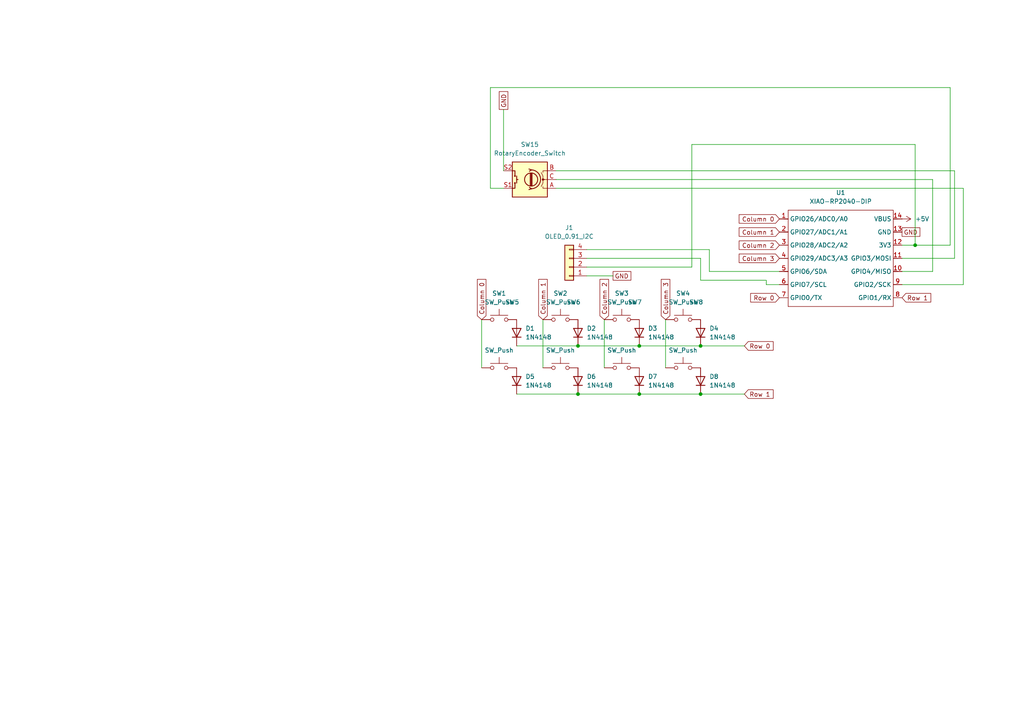
<source format=kicad_sch>
(kicad_sch (version 20250114) (generator "eeschema") (generator_version "9.0")
  (paper "A4")
  (lib_symbols
    (symbol "Device:RotaryEncoder_Switch" (pin_names (offset 0.254) (hide yes))
      (property "Reference" "SW" (at 0 6.604 0))
      (property "Value" "RotaryEncoder_Switch" (at 0 -6.604 0))
      (symbol "RotaryEncoder_Switch_0_1"
        (rectangle (start -5.08 5.08) (end 5.08 -5.08) (stroke (width 0.254)) (fill (type background)))
        (polyline (pts (xy -5.08 2.54) (xy -3.81 2.54) (xy -3.81 2.032)))
        (polyline (pts (xy -5.08 0) (xy -3.81 0) (xy -3.81 -1.016) (xy -3.302 -2.032)))
        (polyline (pts (xy -5.08 -2.54) (xy -3.81 -2.54) (xy -3.81 -2.032)))
        (polyline (pts (xy -4.318 0) (xy -3.81 0) (xy -3.81 1.016) (xy -3.302 2.032)))
        (circle (center -3.81 0) (radius 0.254) (fill (type outline)))
        (polyline (pts (xy -0.635 -1.778) (xy -0.635 1.778)) (stroke (width 0.254)))
        (circle (center -0.381 0) (radius 1.905) (stroke (width 0.254)))
        (polyline (pts (xy -0.381 -1.778) (xy -0.381 1.778)) (stroke (width 0.254)))
        (arc (start -0.381 -2.794) (mid -3.0988 -0.0635) (end -0.381 2.667) (stroke (width 0.254)))
        (polyline (pts (xy -0.127 1.778) (xy -0.127 -1.778)) (stroke (width 0.254)))
        (polyline (pts (xy 0.254 2.921) (xy -0.508 2.667) (xy 0.127 2.286)) (stroke (width 0.254)))
        (polyline (pts (xy 0.254 -3.048) (xy -0.508 -2.794) (xy 0.127 -2.413)) (stroke (width 0.254)))
        (polyline (pts (xy 3.81 1.016) (xy 3.81 -1.016)) (stroke (width 0.254)))
        (polyline (pts (xy 3.81 0) (xy 3.429 0)) (stroke (width 0.254)))
        (circle (center 4.318 1.016) (radius 0.127) (stroke (width 0.254)))
        (circle (center 4.318 -1.016) (radius 0.127) (stroke (width 0.254)))
        (polyline (pts (xy 5.08 2.54) (xy 4.318 2.54) (xy 4.318 1.016)) (stroke (width 0.254)))
        (polyline (pts (xy 5.08 -2.54) (xy 4.318 -2.54) (xy 4.318 -1.016)) (stroke (width 0.254)))
      )
      (symbol "RotaryEncoder_Switch_1_1"
        (pin passive line (at -7.62 2.54 0) (length 2.54) (name "A") (number "A"))
        (pin passive line (at -7.62 0 0) (length 2.54) (name "C") (number "C"))
        (pin passive line (at -7.62 -2.54 0) (length 2.54) (name "B") (number "B"))
        (pin passive line (at 7.62 2.54 180) (length 2.54) (name "S1") (number "S1"))
        (pin passive line (at 7.62 -2.54 180) (length 2.54) (name "S2") (number "S2"))
      )
    )
    (symbol "Diode:1N4148" (pin_numbers (hide yes)) (pin_names (hide yes))
      (property "Reference" "D" (at 0 2.54 0))
      (property "Value" "1N4148" (at 0 -2.54 0))
      (symbol "1N4148_0_1"
        (polyline (pts (xy -1.27 1.27) (xy -1.27 -1.27)) (stroke (width 0.254)))
        (polyline (pts (xy 1.27 1.27) (xy 1.27 -1.27) (xy -1.27 0) (xy 1.27 1.27)) (stroke (width 0.254)))
        (polyline (pts (xy 1.27 0) (xy -1.27 0)))
      )
      (symbol "1N4148_1_1"
        (pin passive line (at -3.81 0 0) (length 2.54) (name "K") (number "1"))
        (pin passive line (at 3.81 0 180) (length 2.54) (name "A") (number "2"))
      )
    )
    (symbol "OPL:OLED_0.91_I2C" (pin_names (offset 1.016) (hide yes))
      (property "Reference" "J" (at 6.35 -1.27 90))
      (property "Value" "OLED_0.91_I2C" (at -6.35 -1.27 90))
      (symbol "OLED_0.91_I2C_1_1"
        (rectangle (start -3.683 0) (end -3.937 -1.27) (stroke (width 0.1524)))
        (rectangle (start -1.143 0) (end -1.397 -1.27) (stroke (width 0.1524)))
        (rectangle (start 1.397 0) (end 1.143 -1.27) (stroke (width 0.1524)))
        (rectangle (start 3.937 0) (end 3.683 -1.27) (stroke (width 0.1524)))
        (rectangle (start 5.08 0) (end -5.08 -2.54) (stroke (width 0.254)) (fill (type background)))
        (pin bidirectional line (at -3.81 3.81 270) (length 3.81) (name "SDA") (number "4"))
        (pin input line (at -1.27 3.81 270) (length 3.81) (name "SCL") (number "3"))
        (pin power_in line (at 1.27 3.81 270) (length 3.81) (name "VCC") (number "2"))
        (pin power_in line (at 3.81 3.81 270) (length 3.81) (name "GND") (number "1"))
      )
    )
    (symbol "OPL:XIAO-RP2040-DIP"
      (property "Reference" "U" (at 0 0 0))
      (property "Value" "XIAO-RP2040-DIP" (at 5.334 -1.778 0))
      (symbol "XIAO-RP2040-DIP_1_0"
        (polyline (pts (xy -1.27 -2.54) (xy 29.21 -2.54)) (stroke (width 0.1524)))
        (polyline (pts (xy -1.27 -5.08) (xy -2.54 -5.08)) (stroke (width 0.1524)))
        (polyline (pts (xy -1.27 -5.08) (xy -1.27 -2.54)) (stroke (width 0.1524)))
        (polyline (pts (xy -1.27 -8.89) (xy -2.54 -8.89)) (stroke (width 0.1524)))
        (polyline (pts (xy -1.27 -8.89) (xy -1.27 -5.08)) (stroke (width 0.1524)))
        (polyline (pts (xy -1.27 -12.7) (xy -2.54 -12.7)) (stroke (width 0.1524)))
        (polyline (pts (xy -1.27 -12.7) (xy -1.27 -8.89)) (stroke (width 0.1524)))
        (polyline (pts (xy -1.27 -16.51) (xy -2.54 -16.51)) (stroke (width 0.1524)))
        (polyline (pts (xy -1.27 -16.51) (xy -1.27 -12.7)) (stroke (width 0.1524)))
        (polyline (pts (xy -1.27 -20.32) (xy -2.54 -20.32)) (stroke (width 0.1524)))
        (polyline (pts (xy -1.27 -24.13) (xy -2.54 -24.13)) (stroke (width 0.1524)))
        (polyline (pts (xy -1.27 -27.94) (xy -2.54 -27.94)) (stroke (width 0.1524)))
        (polyline (pts (xy -1.27 -30.48) (xy -1.27 -16.51)) (stroke (width 0.1524)))
        (polyline (pts (xy 29.21 -2.54) (xy 29.21 -5.08)) (stroke (width 0.1524)))
        (polyline (pts (xy 29.21 -5.08) (xy 29.21 -8.89)) (stroke (width 0.1524)))
        (polyline (pts (xy 29.21 -8.89) (xy 29.21 -12.7)) (stroke (width 0.1524)))
        (polyline (pts (xy 29.21 -12.7) (xy 29.21 -30.48)) (stroke (width 0.1524)))
        (polyline (pts (xy 29.21 -30.48) (xy -1.27 -30.48)) (stroke (width 0.1524)))
        (polyline (pts (xy 30.48 -5.08) (xy 29.21 -5.08)) (stroke (width 0.1524)))
        (polyline (pts (xy 30.48 -8.89) (xy 29.21 -8.89)) (stroke (width 0.1524)))
        (polyline (pts (xy 30.48 -12.7) (xy 29.21 -12.7)) (stroke (width 0.1524)))
        (polyline (pts (xy 30.48 -16.51) (xy 29.21 -16.51)) (stroke (width 0.1524)))
        (polyline (pts (xy 30.48 -20.32) (xy 29.21 -20.32)) (stroke (width 0.1524)))
        (polyline (pts (xy 30.48 -24.13) (xy 29.21 -24.13)) (stroke (width 0.1524)))
        (polyline (pts (xy 30.48 -27.94) (xy 29.21 -27.94)) (stroke (width 0.1524)))
        (pin passive line (at -3.81 -5.08 0) (length 2.54) (name "GPIO26/ADC0/A0") (number "1"))
        (pin passive line (at -3.81 -8.89 0) (length 2.54) (name "GPIO27/ADC1/A1") (number "2"))
        (pin passive line (at -3.81 -12.7 0) (length 2.54) (name "GPIO28/ADC2/A2") (number "3"))
        (pin passive line (at -3.81 -16.51 0) (length 2.54) (name "GPIO29/ADC3/A3") (number "4"))
        (pin passive line (at -3.81 -20.32 0) (length 2.54) (name "GPIO6/SDA") (number "5"))
        (pin passive line (at -3.81 -24.13 0) (length 2.54) (name "GPIO7/SCL") (number "6"))
        (pin passive line (at -3.81 -27.94 0) (length 2.54) (name "GPIO0/TX") (number "7"))
        (pin passive line (at 31.75 -5.08 180) (length 2.54) (name "VBUS") (number "14"))
        (pin passive line (at 31.75 -8.89 180) (length 2.54) (name "GND") (number "13"))
        (pin passive line (at 31.75 -12.7 180) (length 2.54) (name "3V3") (number "12"))
        (pin passive line (at 31.75 -16.51 180) (length 2.54) (name "GPIO3/MOSI") (number "11"))
        (pin passive line (at 31.75 -20.32 180) (length 2.54) (name "GPIO4/MISO") (number "10"))
        (pin passive line (at 31.75 -24.13 180) (length 2.54) (name "GPIO2/SCK") (number "9"))
        (pin passive line (at 31.75 -27.94 180) (length 2.54) (name "GPIO1/RX") (number "8"))
      )
    )
    (symbol "Switch:SW_Push" (pin_numbers (hide yes)) (pin_names (offset 1.016) (hide yes))
      (property "Reference" "SW" (at 1.27 2.54 0))
      (property "Value" "SW_Push" (at 0 -1.524 0))
      (symbol "SW_Push_0_1"
        (circle (center -2.032 0) (radius 0.508))
        (polyline (pts (xy 0 1.27) (xy 0 3.048)))
        (circle (center 2.032 0) (radius 0.508))
        (polyline (pts (xy 2.54 1.27) (xy -2.54 1.27)))
        (pin passive line (at -5.08 0 0) (length 2.54) (name "1") (number "1"))
        (pin passive line (at 5.08 0 180) (length 2.54) (name "2") (number "2"))
      )
    )
    (symbol "power:+5V" (power) (pin_numbers (hide yes)) (pin_names (offset 0) (hide yes))
      (property "Value" "+5V" (at 0 3.556 0))
      (symbol "+5V_0_1"
        (polyline (pts (xy -0.762 1.27) (xy 0 2.54)))
        (polyline (pts (xy 0 2.54) (xy 0.762 1.27)))
        (polyline (pts (xy 0 0) (xy 0 2.54)))
      )
      (symbol "+5V_1_1"
        (pin power_in line (at 0 0 90) (length 0) (name "~") (number "1"))
      )
    )
  )
  (junction (at 203.2 100.33))
  (junction (at 185.42 114.3))
  (junction (at 185.42 100.33))
  (junction (at 265.43 71.12))
  (junction (at 167.64 100.33))
  (junction (at 203.2 114.3))
  (junction (at 167.64 114.3))
  (wire (pts (xy 175.26 92.71) (xy 175.26 106.68)))
  (wire (pts (xy 215.9 114.3) (xy 203.2 114.3)))
  (wire (pts (xy 205.74 72.39) (xy 205.74 78.74)))
  (wire (pts (xy 276.86 49.53) (xy 276.86 74.93)))
  (wire (pts (xy 203.2 81.28) (xy 222.25 81.28)))
  (wire (pts (xy 142.24 25.4) (xy 275.59 25.4)))
  (wire (pts (xy 261.62 82.55) (xy 279.4 82.55)))
  (wire (pts (xy 205.74 78.74) (xy 226.06 78.74)))
  (wire (pts (xy 279.4 54.61) (xy 279.4 82.55)))
  (wire (pts (xy 265.43 71.12) (xy 275.59 71.12)))
  (wire (pts (xy 146.05 54.61) (xy 142.24 54.61)))
  (wire (pts (xy 203.2 74.93) (xy 203.2 81.28)))
  (wire (pts (xy 185.42 100.33) (xy 203.2 100.33)))
  (wire (pts (xy 185.42 114.3) (xy 203.2 114.3)))
  (wire (pts (xy 167.64 114.3) (xy 185.42 114.3)))
  (wire (pts (xy 203.2 100.33) (xy 215.9 100.33)))
  (wire (pts (xy 149.86 114.3) (xy 167.64 114.3)))
  (wire (pts (xy 157.48 92.71) (xy 157.48 106.68)))
  (wire (pts (xy 270.51 52.07) (xy 270.51 78.74)))
  (wire (pts (xy 167.64 100.33) (xy 185.42 100.33)))
  (wire (pts (xy 142.24 54.61) (xy 142.24 25.4)))
  (wire (pts (xy 161.29 54.61) (xy 279.4 54.61)))
  (wire (pts (xy 265.43 41.91) (xy 265.43 71.12)))
  (wire (pts (xy 261.62 74.93) (xy 276.86 74.93)))
  (wire (pts (xy 149.86 100.33) (xy 167.64 100.33)))
  (wire (pts (xy 275.59 25.4) (xy 275.59 71.12)))
  (wire (pts (xy 193.04 92.71) (xy 193.04 106.68)))
  (wire (pts (xy 161.29 49.53) (xy 276.86 49.53)))
  (wire (pts (xy 170.18 77.47) (xy 200.66 77.47)))
  (wire (pts (xy 222.25 82.55) (xy 226.06 82.55)))
  (wire (pts (xy 200.66 77.47) (xy 200.66 41.91)))
  (wire (pts (xy 200.66 41.91) (xy 265.43 41.91)))
  (wire (pts (xy 170.18 72.39) (xy 205.74 72.39)))
  (wire (pts (xy 139.7 92.71) (xy 139.7 106.68)))
  (wire (pts (xy 170.18 74.93) (xy 203.2 74.93)))
  (wire (pts (xy 222.25 81.28) (xy 222.25 82.55)))
  (wire (pts (xy 261.62 78.74) (xy 270.51 78.74)))
  (wire (pts (xy 261.62 71.12) (xy 265.43 71.12)))
  (wire (pts (xy 146.05 49.53) (xy 146.05 31.75)))
  (wire (pts (xy 161.29 52.07) (xy 270.51 52.07)))
  (wire (pts (xy 177.8 80.01) (xy 170.18 80.01)))
  (global_label "Column 0" (shape input) (at 139.7 92.71 90) (property "Intersheetrefs" "${INTERSHEET_REFS}" (effects (hide yes))))
  (global_label "Column 2" (shape input) (at 226.06 71.12 180) (property "Intersheetrefs" "${INTERSHEET_REFS}" (effects (hide yes))))
  (global_label "Column 1" (shape input) (at 157.48 92.71 90) (property "Intersheetrefs" "${INTERSHEET_REFS}" (effects (hide yes))))
  (global_label "Column 3" (shape input) (at 226.06 74.93 180) (property "Intersheetrefs" "${INTERSHEET_REFS}" (effects (hide yes))))
  (global_label "Column 2" (shape input) (at 175.26 92.71 90) (property "Intersheetrefs" "${INTERSHEET_REFS}" (effects (hide yes))))
  (global_label "Column 3" (shape input) (at 193.04 92.71 90) (property "Intersheetrefs" "${INTERSHEET_REFS}" (effects (hide yes))))
  (global_label "Column 0" (shape input) (at 226.06 63.5 180) (property "Intersheetrefs" "${INTERSHEET_REFS}" (effects (hide yes))))
  (global_label "Row 1" (shape input) (at 261.62 86.36 0) (property "Intersheetrefs" "${INTERSHEET_REFS}" (effects (hide yes))))
  (global_label "GND" (shape passive) (at 261.62 67.31 0) (property "Intersheetrefs" "${INTERSHEET_REFS}" (effects (hide yes))))
  (global_label "GND" (shape passive) (at 177.8 80.01 0) (property "Intersheetrefs" "${INTERSHEET_REFS}" (effects (hide yes))))
  (global_label "GND" (shape passive) (at 146.05 31.75 90) (property "Intersheetrefs" "${INTERSHEET_REFS}" (effects (hide yes))))
  (global_label "Column 1" (shape input) (at 226.06 67.31 180) (property "Intersheetrefs" "${INTERSHEET_REFS}" (effects (hide yes))))
  (global_label "Row 0" (shape input) (at 215.9 100.33 0) (property "Intersheetrefs" "${INTERSHEET_REFS}" (effects (hide yes))))
  (global_label "Row 1" (shape input) (at 215.9 114.3 0) (property "Intersheetrefs" "${INTERSHEET_REFS}" (effects (hide yes))))
  (global_label "Row 0" (shape input) (at 226.06 86.36 180) (property "Intersheetrefs" "${INTERSHEET_REFS}" (effects (hide yes))))
  (symbol (lib_id "Switch:SW_Push") (at 180.34 92.71 0) (unit 1)
    (property "Reference" "SW3" (at 180.34 85.09 0))
    (property "Value" "SW_Push" (at 180.34 87.63 0))
    (property "Footprint" "Button_Switch_Keyboard:SW_Cherry_MX_1.00u_PCB" (effects (hide yes)))
    (property "Description" "Push button switch, generic, two pins" (effects (hide yes)))
  )
  (symbol (lib_id "Diode:1N4148") (at 203.2 110.49 90) (unit 1)
    (property "Reference" "D8" (at 205.74 109.2199 90) (effects (justify right)))
    (property "Value" "1N4148" (at 205.74 111.7599 90) (effects (justify right)))
    (property "Footprint" "Diode_THT:D_DO-35_SOD27_P7.62mm_Horizontal" (effects (hide yes)))
    (property "Datasheet" "https://assets.nexperia.com/documents/data-sheet/1N4148_1N4448.pdf" (effects (hide yes)))
    (property "Description" "100V 0.15A standard switching diode, DO-35" (effects (hide yes)))
    (property "Sim.Device" "D" (effects (hide yes)))
    (property "Sim.Pins" "1=K 2=A" (effects (hide yes)))
  )
  (symbol (lib_id "Diode:1N4148") (at 185.42 96.52 90) (unit 1)
    (property "Reference" "D3" (at 187.96 95.2499 90) (effects (justify right)))
    (property "Value" "1N4148" (at 187.96 97.7899 90) (effects (justify right)))
    (property "Footprint" "Diode_THT:D_DO-35_SOD27_P7.62mm_Horizontal" (effects (hide yes)))
    (property "Datasheet" "https://assets.nexperia.com/documents/data-sheet/1N4148_1N4448.pdf" (effects (hide yes)))
    (property "Description" "100V 0.15A standard switching diode, DO-35" (effects (hide yes)))
    (property "Sim.Device" "D" (effects (hide yes)))
    (property "Sim.Pins" "1=K 2=A" (effects (hide yes)))
  )
  (symbol (lib_id "Diode:1N4148") (at 185.42 110.49 90) (unit 1)
    (property "Reference" "D7" (at 187.96 109.2199 90) (effects (justify right)))
    (property "Value" "1N4148" (at 187.96 111.7599 90) (effects (justify right)))
    (property "Footprint" "Diode_THT:D_DO-35_SOD27_P7.62mm_Horizontal" (effects (hide yes)))
    (property "Datasheet" "https://assets.nexperia.com/documents/data-sheet/1N4148_1N4448.pdf" (effects (hide yes)))
    (property "Description" "100V 0.15A standard switching diode, DO-35" (effects (hide yes)))
    (property "Sim.Device" "D" (effects (hide yes)))
    (property "Sim.Pins" "1=K 2=A" (effects (hide yes)))
  )
  (symbol (lib_id "OPL:OLED_0.91_I2C") (at 166.37 76.2 270) (unit 1)
    (property "Reference" "J1" (at 165.1 66.04 90))
    (property "Value" "OLED_0.91_I2C" (at 165.1 68.58 90))
    (property "Footprint" "Dis:SSD1306-0.91-OLED-4pin-128x32" (effects (hide yes)))
    (property "Description" "Generic connector, single row, 01x04, script generated (kicad-library-utils/schlib/autogen/connector/)" (effects (hide yes)))
  )
  (symbol (lib_id "Diode:1N4148") (at 149.86 96.52 90) (unit 1)
    (property "Reference" "D1" (at 152.4 95.2499 90) (effects (justify right)))
    (property "Value" "1N4148" (at 152.4 97.7899 90) (effects (justify right)))
    (property "Footprint" "Diode_THT:D_DO-35_SOD27_P7.62mm_Horizontal" (effects (hide yes)))
    (property "Datasheet" "https://assets.nexperia.com/documents/data-sheet/1N4148_1N4448.pdf" (effects (hide yes)))
    (property "Description" "100V 0.15A standard switching diode, DO-35" (effects (hide yes)))
    (property "Sim.Device" "D" (effects (hide yes)))
    (property "Sim.Pins" "1=K 2=A" (effects (hide yes)))
  )
  (symbol (lib_id "Diode:1N4148") (at 203.2 96.52 90) (unit 1)
    (property "Reference" "D4" (at 205.74 95.2499 90) (effects (justify right)))
    (property "Value" "1N4148" (at 205.74 97.7899 90) (effects (justify right)))
    (property "Footprint" "Diode_THT:D_DO-35_SOD27_P7.62mm_Horizontal" (effects (hide yes)))
    (property "Datasheet" "https://assets.nexperia.com/documents/data-sheet/1N4148_1N4448.pdf" (effects (hide yes)))
    (property "Description" "100V 0.15A standard switching diode, DO-35" (effects (hide yes)))
    (property "Sim.Device" "D" (effects (hide yes)))
    (property "Sim.Pins" "1=K 2=A" (effects (hide yes)))
  )
  (symbol (lib_id "power:+5V") (at 261.62 63.5 270) (unit 1)
    (property "Reference" "#PWR04" (effects (hide yes)))
    (property "Value" "+5V" (at 265.43 63.4999 90) (effects (justify left)))
    (property "Description" "Power symbol creates a global label with name \"+5V\"" (effects (hide yes)))
  )
  (symbol (lib_id "Diode:1N4148") (at 149.86 110.49 90) (unit 1)
    (property "Reference" "D5" (at 152.4 109.2199 90) (effects (justify right)))
    (property "Value" "1N4148" (at 152.4 111.7599 90) (effects (justify right)))
    (property "Footprint" "Diode_THT:D_DO-35_SOD27_P7.62mm_Horizontal" (effects (hide yes)))
    (property "Datasheet" "https://assets.nexperia.com/documents/data-sheet/1N4148_1N4448.pdf" (effects (hide yes)))
    (property "Description" "100V 0.15A standard switching diode, DO-35" (effects (hide yes)))
    (property "Sim.Device" "D" (effects (hide yes)))
    (property "Sim.Pins" "1=K 2=A" (effects (hide yes)))
  )
  (symbol (lib_id "Diode:1N4148") (at 167.64 96.52 90) (unit 1)
    (property "Reference" "D2" (at 170.18 95.2499 90) (effects (justify right)))
    (property "Value" "1N4148" (at 170.18 97.7899 90) (effects (justify right)))
    (property "Footprint" "Diode_THT:D_DO-35_SOD27_P7.62mm_Horizontal" (effects (hide yes)))
    (property "Datasheet" "https://assets.nexperia.com/documents/data-sheet/1N4148_1N4448.pdf" (effects (hide yes)))
    (property "Description" "100V 0.15A standard switching diode, DO-35" (effects (hide yes)))
    (property "Sim.Device" "D" (effects (hide yes)))
    (property "Sim.Pins" "1=K 2=A" (effects (hide yes)))
  )
  (symbol (lib_id "Switch:SW_Push") (at 198.12 92.71 0) (unit 1)
    (property "Reference" "SW4" (at 198.12 85.09 0))
    (property "Value" "SW_Push" (at 198.12 87.63 0))
    (property "Footprint" "Button_Switch_Keyboard:SW_Cherry_MX_1.00u_PCB" (effects (hide yes)))
    (property "Description" "Push button switch, generic, two pins" (effects (hide yes)))
  )
  (symbol (lib_id "Switch:SW_Push") (at 162.56 92.71 0) (unit 1)
    (property "Reference" "SW2" (at 162.56 85.09 0))
    (property "Value" "SW_Push" (at 162.56 87.63 0))
    (property "Footprint" "Button_Switch_Keyboard:SW_Cherry_MX_1.00u_PCB" (effects (hide yes)))
    (property "Description" "Push button switch, generic, two pins" (effects (hide yes)))
  )
  (symbol (lib_id "Device:RotaryEncoder_Switch") (at 153.67 52.07 180) (unit 1)
    (property "Reference" "SW15" (at 153.67 41.91 0))
    (property "Value" "RotaryEncoder_Switch" (at 153.67 44.45 0))
    (property "Footprint" "Rotatory:RotaryEncoder_Alps_EC11E-Switch_Vertical_H20mm" (effects (hide yes)))
    (property "Description" "Rotary encoder, dual channel, incremental quadrate outputs, with switch" (effects (hide yes)))
  )
  (symbol (lib_id "Switch:SW_Push") (at 144.78 92.71 0) (unit 1)
    (property "Reference" "SW1" (at 144.78 85.09 0))
    (property "Value" "SW_Push" (at 144.78 87.63 0))
    (property "Footprint" "Button_Switch_Keyboard:SW_Cherry_MX_1.00u_PCB" (effects (hide yes)))
    (property "Description" "Push button switch, generic, two pins" (effects (hide yes)))
  )
  (symbol (lib_id "Switch:SW_Push") (at 162.56 106.68 0) (unit 1)
    (property "Reference" "SW6" (at 166.37 87.63 0))
    (property "Value" "SW_Push" (at 162.56 101.6 0))
    (property "Footprint" "Button_Switch_Keyboard:SW_Cherry_MX_1.00u_PCB" (effects (hide yes)))
    (property "Description" "Push button switch, generic, two pins" (effects (hide yes)))
  )
  (symbol (lib_id "Switch:SW_Push") (at 180.34 106.68 0) (unit 1)
    (property "Reference" "SW7" (at 184.15 87.63 0))
    (property "Value" "SW_Push" (at 180.34 101.6 0))
    (property "Footprint" "Button_Switch_Keyboard:SW_Cherry_MX_1.00u_PCB" (effects (hide yes)))
    (property "Description" "Push button switch, generic, two pins" (effects (hide yes)))
  )
  (symbol (lib_id "Switch:SW_Push") (at 198.12 106.68 0) (unit 1)
    (property "Reference" "SW8" (at 201.93 87.63 0))
    (property "Value" "SW_Push" (at 198.12 101.6 0))
    (property "Footprint" "Button_Switch_Keyboard:SW_Cherry_MX_1.00u_PCB" (effects (hide yes)))
    (property "Description" "Push button switch, generic, two pins" (effects (hide yes)))
  )
  (symbol (lib_id "OPL:XIAO-RP2040-DIP") (at 229.87 58.42 0) (unit 1)
    (property "Reference" "U1" (at 243.84 55.88 0))
    (property "Value" "XIAO-RP2040-DIP" (at 243.84 58.42 0))
    (property "Footprint" "OPL:XIAO-RP2040-DIP" (effects (hide yes)))
  )
  (symbol (lib_id "Diode:1N4148") (at 167.64 110.49 90) (unit 1)
    (property "Reference" "D6" (at 170.18 109.2199 90) (effects (justify right)))
    (property "Value" "1N4148" (at 170.18 111.7599 90) (effects (justify right)))
    (property "Footprint" "Diode_THT:D_DO-35_SOD27_P7.62mm_Horizontal" (effects (hide yes)))
    (property "Datasheet" "https://assets.nexperia.com/documents/data-sheet/1N4148_1N4448.pdf" (effects (hide yes)))
    (property "Description" "100V 0.15A standard switching diode, DO-35" (effects (hide yes)))
    (property "Sim.Device" "D" (effects (hide yes)))
    (property "Sim.Pins" "1=K 2=A" (effects (hide yes)))
  )
  (symbol (lib_id "Switch:SW_Push") (at 144.78 106.68 0) (unit 1)
    (property "Reference" "SW5" (at 148.59 87.63 0))
    (property "Value" "SW_Push" (at 144.78 101.6 0))
    (property "Footprint" "Button_Switch_Keyboard:SW_Cherry_MX_1.00u_PCB" (effects (hide yes)))
    (property "Description" "Push button switch, generic, two pins" (effects (hide yes)))
  )
)
</source>
